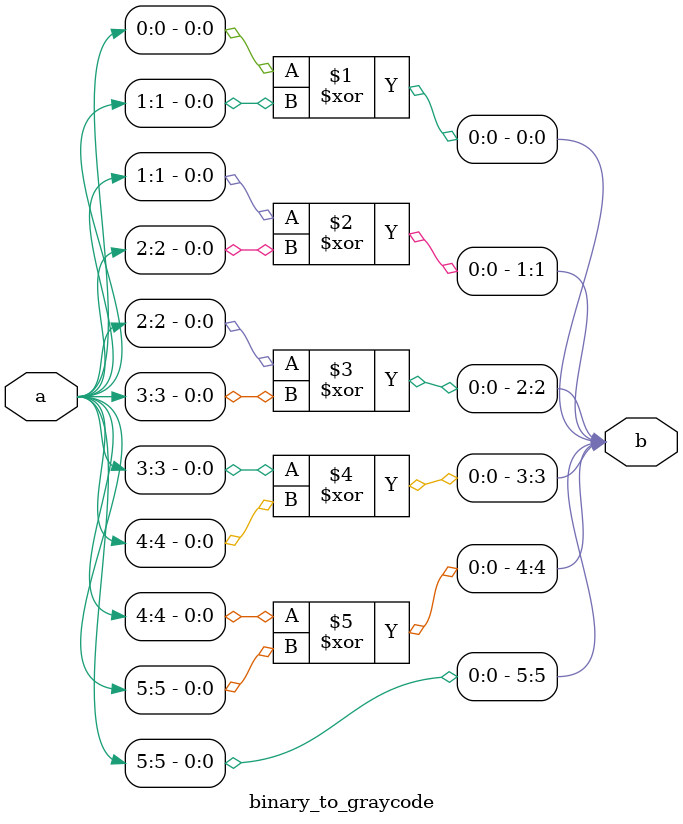
<source format=v>
`timescale 1ns / 1ps

module binary_to_graycode #(parameter size=6)(a,b);
input wire [size-1:0]a;//the value assigned starts from lsh ,for 100110 a[size-1]is MSB and a[0] is LSB
output wire [size-1:0]b;
genvar g;
assign b[size-1]=a[size-1];
generate  
    for(g = 0; g<size-1; g=g+1) begin 
      assign b[g]=a[g]^a[g+1];
    end 
  endgenerate 
endmodule
/*module binary_to_graycode #(parameter size=6) (
    input wire [size-1:0] a,
    output wire [size-1:0] b
);
    genvar g;
    assign b[0] = a[0];  // The LSB remains the same in Gray code

    generate
        for(g = 1; g < size; g = g + 1) begin : gen_graycode
            assign b[g] = a[g] ^ a[g-1];  // XOR for remaining bits
        end
    endgenerate
endmodule*/

</source>
